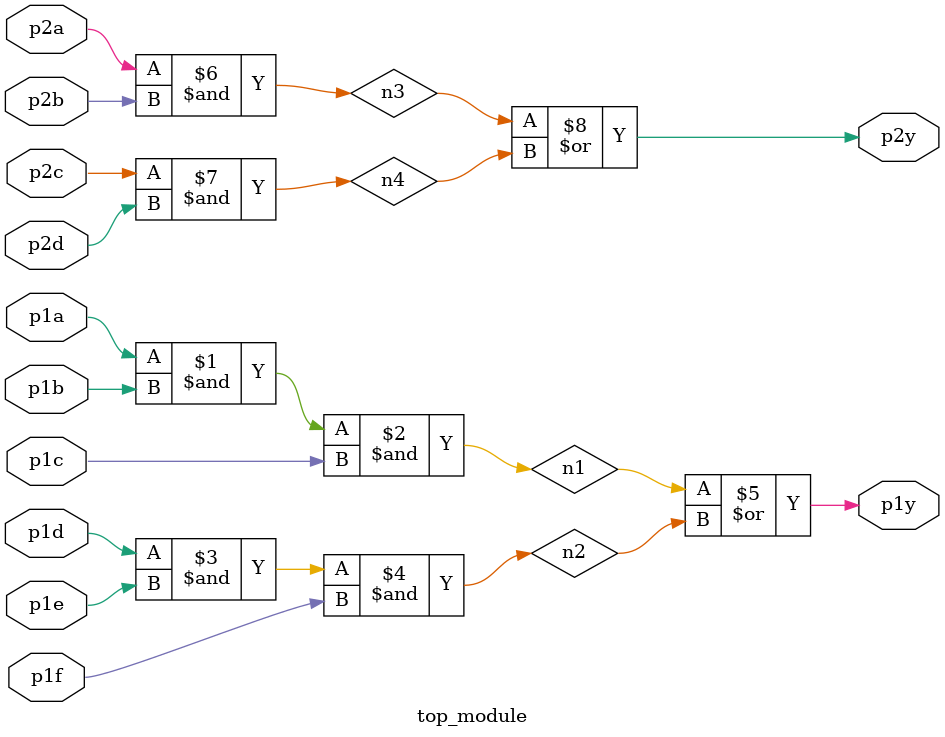
<source format=v>
module top_module ( 
    input p1a, p1b, p1c, p1d, p1e, p1f,
    output p1y,
    input p2a, p2b, p2c, p2d,
    output p2y );
    wire n1,n2,n3,n4;
    and g1(n1,p1a,p1b,p1c);
    and g2(n2,p1d,p1e,p1f);
    or g3(p1y,n1,n2);
    and g4(n3,p2a,p2b);
    and g5(n4,p2c,p2d);
    or g6(p2y,n3,n4);
endmodule

</source>
